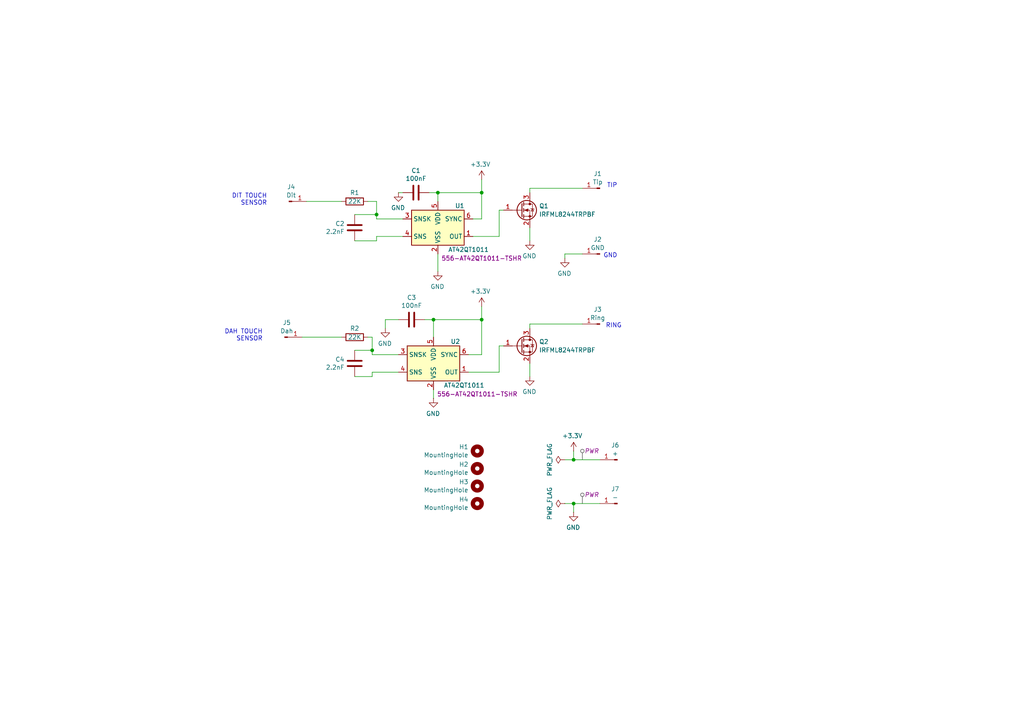
<source format=kicad_sch>
(kicad_sch (version 20250114) (generator "eeschema") (generator_version "9.0")
  (paper "A4")
  (title_block (title "M0UKD Capacitive Touch Key") (date "2019-12-11") (rev "1") (company "DL8ABG in KiCad 9.0 (based on KM4NFQ)") (comment 1 "2.2nF & 100nF CAPACITORS") (comment 2 "22K OHM RESISTORS") (comment 3 "IRFML8244TRPbF MOSFET") (comment 4 "AT42QT1011 Touch Sensor"))
  (lib_symbols
    (symbol "Connector:Conn_01x01_Pin" (pin_names (offset 1.016) (hide yes))
      (property "Reference" "J" (at 0 2.54 0))
      (property "Value" "Conn_01x01_Pin" (at 0 -2.54 0))
      (symbol "Conn_01x01_Pin_1_1"
        (rectangle (start 0.8636 0.127) (end 0 -0.127) (stroke (width 0.1524)) (fill (type outline)))
        (polyline (pts (xy 1.27 0) (xy 0.8636 0)) (stroke (width 0.1524)))
        (pin passive line (at 5.08 0 180) (length 3.81) (name "Pin_1") (number "1"))
      )
    )
    (symbol "Device:C" (pin_numbers (hide yes)) (pin_names (offset 0.254))
      (property "Reference" "C" (at 0.635 2.54 0))
      (property "Value" "C" (at 0.635 -2.54 0))
      (symbol "C_0_1"
        (polyline (pts (xy -2.032 0.762) (xy 2.032 0.762)) (stroke (width 0.508)))
        (polyline (pts (xy -2.032 -0.762) (xy 2.032 -0.762)) (stroke (width 0.508)))
      )
      (symbol "C_1_1"
        (pin passive line (at 0 3.81 270) (length 2.794) (name "~") (number "1"))
        (pin passive line (at 0 -3.81 90) (length 2.794) (name "~") (number "2"))
      )
    )
    (symbol "Device:R" (pin_numbers (hide yes)) (pin_names (offset 0))
      (property "Reference" "R" (at 2.032 0 90))
      (property "Value" "R" (at 0 0 90))
      (symbol "R_0_1"
        (rectangle (start -1.016 -2.54) (end 1.016 2.54) (stroke (width 0.254)))
      )
      (symbol "R_1_1"
        (pin passive line (at 0 3.81 270) (length 1.27) (name "~") (number "1"))
        (pin passive line (at 0 -3.81 90) (length 1.27) (name "~") (number "2"))
      )
    )
    (symbol "IRFML8244TRPBF:IRFML8244TRPBF" (pin_names (offset 0) (hide yes))
      (property "Reference" "Q" (at 5.08 1.905 0))
      (property "Value" "IRFML8244TRPBF" (at 5.08 0 0))
      (symbol "IRFML8244TRPBF_0_1"
        (polyline (pts (xy -2.54 0) (xy 0.254 0)))
        (polyline (pts (xy 0.254 1.905) (xy 0.254 -1.905) (xy 0.254 -1.905)) (stroke (width 0.254)))
        (polyline (pts (xy 0.762 2.286) (xy 0.762 1.27)) (stroke (width 0.254)))
        (polyline (pts (xy 0.762 1.778) (xy 2.54 1.778)))
        (polyline (pts (xy 0.762 0.508) (xy 0.762 -0.508)) (stroke (width 0.254)))
        (polyline (pts (xy 0.762 0) (xy 2.54 0)))
        (polyline (pts (xy 0.762 -1.27) (xy 0.762 -2.286)) (stroke (width 0.254)))
        (polyline (pts (xy 0.762 -1.778) (xy 2.54 -1.778)))
        (polyline (pts (xy 1.016 0) (xy 2.032 0.381) (xy 2.032 -0.381) (xy 1.016 0)) (fill (type outline)))
        (circle (center 1.651 0) (radius 2.8194) (stroke (width 0.254)))
        (polyline (pts (xy 2.54 2.54) (xy 2.54 1.778)))
        (circle (center 2.54 1.778) (radius 0.2794) (fill (type outline)))
        (polyline (pts (xy 2.54 -1.778) (xy 2.54 0)))
        (polyline (pts (xy 2.54 -1.778) (xy 2.54 -2.54)))
        (polyline (pts (xy 2.54 -1.778) (xy 3.302 -1.778) (xy 3.302 1.778) (xy 2.54 1.778)))
        (circle (center 2.54 -1.778) (radius 0.2794) (fill (type outline)))
        (polyline (pts (xy 2.794 0.508) (xy 2.921 0.381) (xy 3.683 0.381) (xy 3.81 0.254)))
        (polyline (pts (xy 3.302 0.381) (xy 2.921 -0.254) (xy 3.683 -0.254) (xy 3.302 0.381)))
      )
      (symbol "IRFML8244TRPBF_1_1"
        (pin input line (at -5.08 0 0) (length 2.54) (name "G") (number "1"))
        (pin output line (at 2.54 5.08 270) (length 2.54) (name "D") (number "3"))
        (pin passive line (at 2.54 -5.08 90) (length 2.54) (name "S") (number "2"))
      )
    )
    (symbol "Mechanical:MountingHole" (pin_names (offset 1.016)) (exclude_from_sim yes) (in_bom no)
      (property "Reference" "H" (at 0 5.08 0))
      (property "Value" "MountingHole" (at 0 3.175 0))
      (symbol "MountingHole_0_1"
        (circle (center 0 0) (radius 1.27) (stroke (width 1.27)))
      )
    )
    (symbol "Sensor_Touch:AT42QT1011-TSHR"
      (property "Reference" "U" (at -2.54 8.255 0))
      (property "Value" "AT42QT1011-TSHR" (at -2.54 6.35 0))
      (symbol "AT42QT1011-TSHR_0_1"
        (rectangle (start -7.62 5.08) (end 7.62 -5.08) (stroke (width 0.254)) (fill (type background)))
      )
      (symbol "AT42QT1011-TSHR_1_1"
        (pin input line (at -10.16 2.54 0) (length 2.54) (name "SYNC") (number "6"))
        (pin output line (at -10.16 -2.54 0) (length 2.54) (name "OUT") (number "1"))
        (pin power_in line (at 0 7.62 270) (length 2.54) (name "VDD") (number "5"))
        (pin power_in line (at 0 -7.62 90) (length 2.54) (name "VSS") (number "2"))
        (pin passive line (at 10.16 2.54 180) (length 2.54) (name "SNSK") (number "3"))
        (pin passive line (at 10.16 -2.54 180) (length 2.54) (name "SNS") (number "4"))
      )
    )
    (symbol "power:+3.3V" (power) (pin_numbers (hide yes)) (pin_names (offset 0) (hide yes))
      (property "Value" "+3.3V" (at 0 3.556 0))
      (symbol "+3.3V_0_1"
        (polyline (pts (xy -0.762 1.27) (xy 0 2.54)))
        (polyline (pts (xy 0 2.54) (xy 0.762 1.27)))
        (polyline (pts (xy 0 0) (xy 0 2.54)))
      )
      (symbol "+3.3V_1_1"
        (pin power_in line (at 0 0 90) (length 0) (name "~") (number "1"))
      )
    )
    (symbol "power:GND" (power) (pin_numbers (hide yes)) (pin_names (offset 0) (hide yes))
      (property "Value" "GND" (at 0 -3.81 0))
      (symbol "GND_0_1"
        (polyline (pts (xy 0 0) (xy 0 -1.27) (xy 1.27 -1.27) (xy 0 -2.54) (xy -1.27 -1.27) (xy 0 -1.27)))
      )
      (symbol "GND_1_1"
        (pin power_in line (at 0 0 270) (length 0) (name "~") (number "1"))
      )
    )
    (symbol "power:PWR_FLAG" (power) (pin_numbers (hide yes)) (pin_names (offset 0) (hide yes))
      (property "Value" "PWR_FLAG" (at 0 3.81 0))
      (symbol "PWR_FLAG_0_0"
        (pin power_out line (at 0 0 90) (length 0) (name "~") (number "1"))
      )
      (symbol "PWR_FLAG_0_1"
        (polyline (pts (xy 0 0) (xy 0 1.27) (xy -1.016 1.905) (xy 0 2.54) (xy 1.016 1.905) (xy 0 1.27)))
      )
    )
  )
  (text "GND" (at 179.07 74.93 0) (effects (font (size 1.27 1.27)) (justify right bottom)))
  (text "DAH TOUCH\nSENSOR" (at 76.2 99.06 0) (effects (font (size 1.27 1.27)) (justify right bottom)))
  (text "TIP" (at 179.07 54.61 0) (effects (font (size 1.27 1.27)) (justify right bottom)))
  (text "RING" (at 180.34 95.25 0) (effects (font (size 1.27 1.27)) (justify right bottom)))
  (text "DIT TOUCH\nSENSOR" (at 77.47 59.69 0) (effects (font (size 1.27 1.27)) (justify right bottom)))
  (junction (at 166.37 146.05))
  (junction (at 109.22 62.23))
  (junction (at 139.7 92.71))
  (junction (at 139.7 55.88))
  (junction (at 107.95 101.6))
  (junction (at 127 55.88))
  (junction (at 166.37 133.35))
  (junction (at 125.73 92.71))
  (wire (pts (xy 115.57 107.95) (xy 107.95 107.95)))
  (wire (pts (xy 115.57 102.87) (xy 107.95 102.87)))
  (wire (pts (xy 107.95 101.6) (xy 102.87 101.6)))
  (wire (pts (xy 144.78 100.33) (xy 146.05 100.33)))
  (wire (pts (xy 163.83 73.66) (xy 163.83 74.93)))
  (wire (pts (xy 115.57 55.88) (xy 116.84 55.88)))
  (wire (pts (xy 125.73 113.03) (xy 125.73 115.57)))
  (wire (pts (xy 125.73 97.79) (xy 125.73 92.71)))
  (wire (pts (xy 139.7 63.5) (xy 139.7 55.88)))
  (wire (pts (xy 109.22 63.5) (xy 109.22 62.23)))
  (wire (pts (xy 137.16 63.5) (xy 139.7 63.5)))
  (wire (pts (xy 106.68 97.79) (xy 107.95 97.79)))
  (wire (pts (xy 115.57 92.71) (xy 111.76 92.71)))
  (wire (pts (xy 153.67 95.25) (xy 153.67 93.98)))
  (wire (pts (xy 107.95 107.95) (xy 107.95 109.22)))
  (wire (pts (xy 127 58.42) (xy 127 55.88)))
  (wire (pts (xy 123.19 92.71) (xy 125.73 92.71)))
  (wire (pts (xy 137.16 68.58) (xy 144.78 68.58)))
  (wire (pts (xy 107.95 97.79) (xy 107.95 101.6)))
  (wire (pts (xy 153.67 55.88) (xy 153.67 54.61)))
  (wire (pts (xy 144.78 60.96) (xy 144.78 68.58)))
  (wire (pts (xy 124.46 55.88) (xy 127 55.88)))
  (wire (pts (xy 173.99 146.05) (xy 166.37 146.05)))
  (wire (pts (xy 166.37 130.81) (xy 166.37 133.35)))
  (wire (pts (xy 166.37 133.35) (xy 173.99 133.35)))
  (wire (pts (xy 139.7 88.9) (xy 139.7 92.71)))
  (wire (pts (xy 106.68 58.42) (xy 109.22 58.42)))
  (wire (pts (xy 109.22 62.23) (xy 102.87 62.23)))
  (wire (pts (xy 116.84 68.58) (xy 109.22 68.58)))
  (wire (pts (xy 125.73 92.71) (xy 139.7 92.71)))
  (wire (pts (xy 153.67 105.41) (xy 153.67 109.22)))
  (wire (pts (xy 144.78 100.33) (xy 144.78 107.95)))
  (wire (pts (xy 153.67 93.98) (xy 168.91 93.98)))
  (wire (pts (xy 99.06 58.42) (xy 88.9 58.42)))
  (wire (pts (xy 109.22 69.85) (xy 102.87 69.85)))
  (wire (pts (xy 99.06 97.79) (xy 87.63 97.79)))
  (wire (pts (xy 166.37 146.05) (xy 166.37 148.59)))
  (wire (pts (xy 135.89 107.95) (xy 144.78 107.95)))
  (wire (pts (xy 139.7 55.88) (xy 127 55.88)))
  (wire (pts (xy 139.7 92.71) (xy 139.7 102.87)))
  (wire (pts (xy 107.95 109.22) (xy 102.87 109.22)))
  (wire (pts (xy 153.67 54.61) (xy 168.91 54.61)))
  (wire (pts (xy 168.91 73.66) (xy 163.83 73.66)))
  (wire (pts (xy 163.83 133.35) (xy 166.37 133.35)))
  (wire (pts (xy 107.95 102.87) (xy 107.95 101.6)))
  (wire (pts (xy 135.89 102.87) (xy 139.7 102.87)))
  (wire (pts (xy 116.84 63.5) (xy 109.22 63.5)))
  (wire (pts (xy 109.22 68.58) (xy 109.22 69.85)))
  (wire (pts (xy 153.67 66.04) (xy 153.67 69.85)))
  (wire (pts (xy 111.76 92.71) (xy 111.76 95.25)))
  (wire (pts (xy 144.78 60.96) (xy 146.05 60.96)))
  (wire (pts (xy 127 73.66) (xy 127 78.74)))
  (wire (pts (xy 139.7 52.07) (xy 139.7 55.88)))
  (wire (pts (xy 109.22 58.42) (xy 109.22 62.23)))
  (wire (pts (xy 163.83 146.05) (xy 166.37 146.05)))
  (netclass_flag "" (length 2.54) (shape round) (at 168.91 133.35 0) (property "Netclass" "PWR" (at 169.5196 130.81 0) (effects (font (italic yes)) (justify left))))
  (netclass_flag "" (length 2.54) (shape round) (at 168.91 146.05 0) (property "Netclass" "PWR" (at 169.5196 143.51 0) (effects (font (italic yes)) (justify left))))
  (symbol (lib_id "Sensor_Touch:AT42QT1011-TSHR") (at 127 66.04 0) (mirror y) (unit 1)
    (property "Reference" "U1" (at 133.35 59.69 0))
    (property "Value" "AT42QT1011" (at 135.89 72.39 0))
    (property "Footprint" "Package_TO_SOT_SMD:SOT-23-6_Handsoldering" (effects (hide yes)))
    (property "Datasheet" "http://ww1.microchip.com/downloads/en/DeviceDoc/40001947A.pdf" (effects (hide yes)))
    (property "Description" "Single-key Touch Sensor, SOT-23-6" (effects (hide yes)))
    (property "Field4" "556-AT42QT1011-TSHR" (at 139.7 74.93 0))
  )
  (symbol (lib_id "Sensor_Touch:AT42QT1011-TSHR") (at 125.73 105.41 0) (mirror y) (unit 1)
    (property "Reference" "U2" (at 132.08 99.06 0))
    (property "Value" "AT42QT1011" (at 134.62 111.76 0))
    (property "Footprint" "Package_TO_SOT_SMD:SOT-23-6_Handsoldering" (effects (hide yes)))
    (property "Datasheet" "http://ww1.microchip.com/downloads/en/DeviceDoc/40001947A.pdf" (effects (hide yes)))
    (property "Description" "Single-key Touch Sensor, SOT-23-6" (effects (hide yes)))
    (property "Field4" "556-AT42QT1011-TSHR" (at 138.43 114.3 0))
  )
  (symbol (lib_id "Device:R") (at 102.87 58.42 90) (mirror x) (unit 1)
    (property "Reference" "R1" (at 102.87 55.88 90))
    (property "Value" "22K" (at 102.87 58.42 90))
    (property "Footprint" "Resistor_SMD:R_0805_2012Metric_Pad1.20x1.40mm_HandSolder" (effects (hide yes)))
  )
  (symbol (lib_id "Device:R") (at 102.87 97.79 90) (mirror x) (unit 1)
    (property "Reference" "R2" (at 102.87 95.25 90))
    (property "Value" "22K" (at 102.87 97.79 90))
    (property "Footprint" "Resistor_SMD:R_0805_2012Metric_Pad1.20x1.40mm_HandSolder" (effects (hide yes)))
  )
  (symbol (lib_id "Device:C") (at 120.65 55.88 90) (mirror x) (unit 1)
    (property "Reference" "C1" (at 120.65 49.4792 90))
    (property "Value" "100nF" (at 120.65 51.7906 90))
    (property "Footprint" "Capacitor_SMD:C_0805_2012Metric_Pad1.18x1.45mm_HandSolder" (effects (hide yes)))
    (property "Description" "Unpolarized capacitor" (effects (hide yes)))
  )
  (symbol (lib_id "Device:C") (at 102.87 66.04 0) (mirror y) (unit 1)
    (property "Reference" "C2" (at 99.949 64.8716 0) (effects (justify left)))
    (property "Value" "2.2nF" (at 99.949 67.183 0) (effects (justify left)))
    (property "Footprint" "Capacitor_SMD:C_0805_2012Metric_Pad1.18x1.45mm_HandSolder" (effects (hide yes)))
    (property "Description" "Unpolarized capacitor" (effects (hide yes)))
  )
  (symbol (lib_id "Device:C") (at 119.38 92.71 90) (mirror x) (unit 1)
    (property "Reference" "C3" (at 119.38 86.3092 90))
    (property "Value" "100nF" (at 119.38 88.6206 90))
    (property "Footprint" "Capacitor_SMD:C_0805_2012Metric_Pad1.18x1.45mm_HandSolder" (effects (hide yes)))
    (property "Description" "Unpolarized capacitor" (effects (hide yes)))
  )
  (symbol (lib_id "Device:C") (at 102.87 105.41 0) (mirror y) (unit 1)
    (property "Reference" "C4" (at 99.949 104.2416 0) (effects (justify left)))
    (property "Value" "2.2nF" (at 99.949 106.553 0) (effects (justify left)))
    (property "Footprint" "Capacitor_SMD:C_0805_2012Metric_Pad1.18x1.45mm_HandSolder" (effects (hide yes)))
    (property "Description" "Unpolarized capacitor" (effects (hide yes)))
  )
  (symbol (lib_id "power:GND") (at 127 78.74 0) (mirror y) (unit 1)
    (property "Reference" "#PWR0101" (effects (hide yes)))
    (property "Value" "GND" (at 126.873 83.1342 0))
  )
  (symbol (lib_id "power:GND") (at 125.73 115.57 0) (mirror y) (unit 1)
    (property "Reference" "#PWR0102" (effects (hide yes)))
    (property "Value" "GND" (at 125.603 119.9642 0))
  )
  (symbol (lib_id "power:+3.3V") (at 139.7 52.07 0) (mirror y) (unit 1)
    (property "Reference" "#PWR0103" (effects (hide yes)))
    (property "Value" "+3.3V" (at 139.319 47.6758 0))
  )
  (symbol (lib_id "power:GND") (at 153.67 69.85 0) (mirror y) (unit 1)
    (property "Reference" "#PWR0104" (effects (hide yes)))
    (property "Value" "GND" (at 153.543 74.2442 0))
  )
  (symbol (lib_id "power:GND") (at 115.57 55.88 0) (mirror y) (unit 1)
    (property "Reference" "#PWR0105" (effects (hide yes)))
    (property "Value" "GND" (at 115.443 60.2742 0))
  )
  (symbol (lib_id "power:+3.3V") (at 139.7 88.9 0) (mirror y) (unit 1)
    (property "Reference" "#PWR0106" (effects (hide yes)))
    (property "Value" "+3.3V" (at 139.319 84.5058 0))
  )
  (symbol (lib_id "power:GND") (at 111.76 95.25 0) (mirror y) (unit 1)
    (property "Reference" "#PWR0107" (effects (hide yes)))
    (property "Value" "GND" (at 111.633 99.6442 0))
  )
  (symbol (lib_id "power:GND") (at 153.67 109.22 0) (mirror y) (unit 1)
    (property "Reference" "#PWR0108" (effects (hide yes)))
    (property "Value" "GND" (at 153.543 113.6142 0))
  )
  (symbol (lib_id "power:GND") (at 163.83 74.93 0) (mirror y) (unit 1)
    (property "Reference" "#PWR0109" (effects (hide yes)))
    (property "Value" "GND" (at 163.703 79.3242 0))
  )
  (symbol (lib_id "power:+3.3V") (at 166.37 130.81 0) (mirror y) (unit 1)
    (property "Reference" "#PWR01" (effects (hide yes)))
    (property "Value" "+3.3V" (at 165.989 126.4158 0))
  )
  (symbol (lib_id "power:GND") (at 166.37 148.59 0) (mirror y) (unit 1)
    (property "Reference" "#PWR02" (effects (hide yes)))
    (property "Value" "GND" (at 166.243 152.9842 0))
  )
  (symbol (lib_id "power:PWR_FLAG") (at 163.83 133.35 90) (mirror x) (unit 1)
    (property "Reference" "#FLG0101" (effects (hide yes)))
    (property "Value" "PWR_FLAG" (at 159.4104 133.35 0))
  )
  (symbol (lib_id "power:PWR_FLAG") (at 163.83 146.05 90) (mirror x) (unit 1)
    (property "Reference" "#FLG0102" (effects (hide yes)))
    (property "Value" "PWR_FLAG" (at 159.4104 146.05 0))
  )
  (symbol (lib_id "Mechanical:MountingHole") (at 138.43 130.81 0) (mirror y) (unit 1)
    (property "Reference" "H1" (at 135.89 129.6162 0) (effects (justify left)))
    (property "Value" "MountingHole" (at 135.89 131.9784 0) (effects (justify left)))
    (property "Footprint" "MountingHole:MountingHole_2.7mm_M2.5_DIN965" (effects (hide yes)))
  )
  (symbol (lib_id "Mechanical:MountingHole") (at 138.43 135.89 0) (mirror y) (unit 1)
    (property "Reference" "H2" (at 135.89 134.6962 0) (effects (justify left)))
    (property "Value" "MountingHole" (at 135.89 137.0584 0) (effects (justify left)))
    (property "Footprint" "MountingHole:MountingHole_2.7mm_M2.5_DIN965" (effects (hide yes)))
  )
  (symbol (lib_id "Mechanical:MountingHole") (at 138.43 140.97 0) (mirror y) (unit 1)
    (property "Reference" "H3" (at 135.89 139.7762 0) (effects (justify left)))
    (property "Value" "MountingHole" (at 135.89 142.1384 0) (effects (justify left)))
    (property "Footprint" "MountingHole:MountingHole_2.7mm_M2.5_DIN965" (effects (hide yes)))
  )
  (symbol (lib_id "Mechanical:MountingHole") (at 138.43 146.05 0) (mirror y) (unit 1)
    (property "Reference" "H4" (at 135.89 144.8562 0) (effects (justify left)))
    (property "Value" "MountingHole" (at 135.89 147.2184 0) (effects (justify left)))
    (property "Footprint" "MountingHole:MountingHole_2.7mm_M2.5_DIN965" (effects (hide yes)))
  )
  (symbol (lib_id "IRFML8244TRPBF:IRFML8244TRPBF") (at 151.13 100.33 0) (unit 1)
    (property "Reference" "Q2" (at 156.3624 99.1178 0) (effects (justify left)))
    (property "Value" "IRFML8244TRPBF" (at 156.3624 101.5421 0) (effects (justify left)))
    (property "Footprint" "Package_TO_SOT_SMD:SOT-23" (effects (hide yes)))
    (property "Datasheet" "https://www.fairchildsemi.com/datasheets/2N/2N7000.pdf" (effects (hide yes)))
    (property "Description" "200V Vds, N-Channel MOSFET, 2.6V Logic Level, TO-92" (effects (hide yes)))
  )
  (symbol (lib_id "IRFML8244TRPBF:IRFML8244TRPBF") (at 151.13 60.96 0) (unit 1)
    (property "Reference" "Q1" (at 156.3624 59.7478 0) (effects (justify left)))
    (property "Value" "IRFML8244TRPBF" (at 156.3624 62.1721 0) (effects (justify left)))
    (property "Footprint" "Package_TO_SOT_SMD:SOT-23" (effects (hide yes)))
    (property "Datasheet" "https://www.fairchildsemi.com/datasheets/2N/2N7000.pdf" (effects (hide yes)))
    (property "Description" "200V Vds, N-Channel MOSFET, 2.6V Logic Level, TO-92" (effects (hide yes)))
  )
  (symbol (lib_id "Connector:Conn_01x01_Pin") (at 82.55 97.79 0) (unit 1)
    (property "Reference" "J5" (at 83.185 93.5693 0))
    (property "Value" "Dah" (at 83.185 95.9936 0))
    (property "Footprint" "Connector_PinHeader_2.54mm:PinHeader_1x01_P2.54mm_Vertical" (effects (hide yes)))
    (property "Description" "Generic connector, single row, 01x01, script generated" (effects (hide yes)))
  )
  (symbol (lib_id "Connector:Conn_01x01_Pin") (at 179.07 146.05 180) (unit 1)
    (property "Reference" "J7" (at 178.435 141.8293 0))
    (property "Value" "-" (at 178.435 144.2536 0))
    (property "Footprint" "Connector_PinHeader_2.54mm:PinHeader_1x01_P2.54mm_Vertical" (effects (hide yes)))
    (property "Description" "Generic connector, single row, 01x01, script generated" (effects (hide yes)))
  )
  (symbol (lib_id "Connector:Conn_01x01_Pin") (at 173.99 93.98 180) (unit 1)
    (property "Reference" "J3" (at 173.355 89.7593 0))
    (property "Value" "Ring" (at 173.355 92.1836 0))
    (property "Footprint" "Connector_PinHeader_2.54mm:PinHeader_1x01_P2.54mm_Vertical" (effects (hide yes)))
    (property "Description" "Generic connector, single row, 01x01, script generated" (effects (hide yes)))
  )
  (symbol (lib_id "Connector:Conn_01x01_Pin") (at 173.99 73.66 180) (unit 1)
    (property "Reference" "J2" (at 173.355 69.4393 0))
    (property "Value" "GND" (at 173.355 71.8636 0))
    (property "Footprint" "Connector_PinHeader_2.54mm:PinHeader_1x01_P2.54mm_Vertical" (effects (hide yes)))
    (property "Description" "Generic connector, single row, 01x01, script generated" (effects (hide yes)))
  )
  (symbol (lib_id "Connector:Conn_01x01_Pin") (at 83.82 58.42 0) (unit 1)
    (property "Reference" "J4" (at 84.455 54.1993 0))
    (property "Value" "Dit" (at 84.455 56.6236 0))
    (property "Footprint" "Connector_PinHeader_2.54mm:PinHeader_1x01_P2.54mm_Vertical" (effects (hide yes)))
    (property "Description" "Generic connector, single row, 01x01, script generated" (effects (hide yes)))
  )
  (symbol (lib_id "Connector:Conn_01x01_Pin") (at 179.07 133.35 180) (unit 1)
    (property "Reference" "J6" (at 178.435 129.1293 0))
    (property "Value" "+" (at 178.435 131.5536 0))
    (property "Footprint" "Connector_PinHeader_2.54mm:PinHeader_1x01_P2.54mm_Vertical" (effects (hide yes)))
    (property "Description" "Generic connector, single row, 01x01, script generated" (effects (hide yes)))
  )
  (symbol (lib_id "Connector:Conn_01x01_Pin") (at 173.99 54.61 180) (unit 1)
    (property "Reference" "J1" (at 173.355 50.3893 0))
    (property "Value" "Tip" (at 173.355 52.8136 0))
    (property "Footprint" "Connector_PinHeader_2.54mm:PinHeader_1x01_P2.54mm_Vertical" (effects (hide yes)))
    (property "Description" "Generic connector, single row, 01x01, script generated" (effects (hide yes)))
  )
)
</source>
